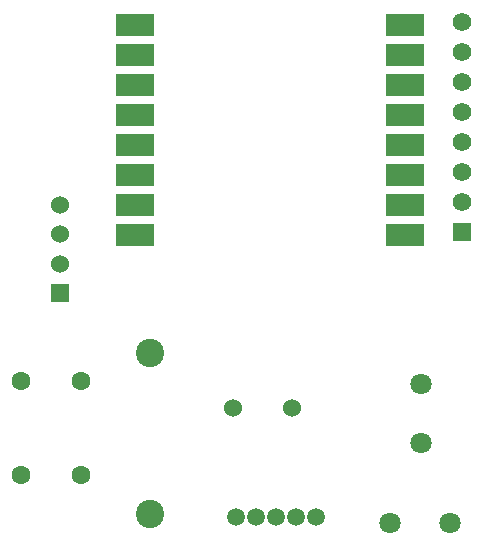
<source format=gtl>
G04 Layer: TopLayer*
G04 EasyEDA v6.5.42, 2024-06-08 10:03:42*
G04 2a0a793ee1f445049542d68d0598b523,181136881d82463cbfe9aea6f2478185,10*
G04 Gerber Generator version 0.2*
G04 Scale: 100 percent, Rotated: No, Reflected: No *
G04 Dimensions in millimeters *
G04 leading zeros omitted , absolute positions ,4 integer and 5 decimal *
%FSLAX45Y45*%
%MOMM*%

%ADD10C,2.4000*%
%ADD11R,1.5748X1.5748*%
%ADD12C,1.5748*%
%ADD13R,1.5240X1.5240*%
%ADD14C,1.5240*%
%ADD15C,1.6000*%
%ADD16C,1.8000*%
%ADD17R,3.2918X1.8288*%
%ADD18C,1.5000*%

%LPD*%
D10*
G01*
X1155590Y-1416550D03*
G01*
X1155590Y-56532D03*
D11*
G01*
X3797241Y965258D03*
D12*
G01*
X3797241Y1219258D03*
G01*
X3797241Y1473258D03*
G01*
X3797241Y1727258D03*
G01*
X3797241Y1981258D03*
G01*
X3797241Y2235258D03*
G01*
X3797241Y2489258D03*
G01*
X3797241Y2743258D03*
D13*
G01*
X393819Y450502D03*
D14*
G01*
X393819Y700488D03*
G01*
X393819Y950501D03*
G01*
X393819Y1200487D03*
D15*
G01*
X571492Y-292092D03*
G01*
X63492Y-292092D03*
G01*
X63492Y-1092192D03*
G01*
X571492Y-1092192D03*
D16*
G01*
X3454392Y-321505D03*
G01*
X3454392Y-821504D03*
G01*
X3695692Y-1498592D03*
G01*
X3187692Y-1498592D03*
D17*
G01*
X3314692Y939807D03*
G01*
X1028692Y2717807D03*
G01*
X1028692Y2463807D03*
G01*
X1028692Y2209807D03*
G01*
X1028692Y1955807D03*
G01*
X1028692Y1701807D03*
G01*
X1028692Y1447807D03*
G01*
X1028692Y1193807D03*
G01*
X1028692Y939807D03*
G01*
X3314692Y2717807D03*
G01*
X3314692Y2463807D03*
G01*
X3314692Y2209807D03*
G01*
X3314692Y1955807D03*
G01*
X3314692Y1701807D03*
G01*
X3314692Y1447807D03*
G01*
X3314692Y1193807D03*
D14*
G01*
X1858205Y-520692D03*
G01*
X2358204Y-520692D03*
D18*
G01*
X1880481Y-1447792D03*
G01*
X2051499Y-1447792D03*
G01*
X2222492Y-1447792D03*
G01*
X2393485Y-1447792D03*
G01*
X2564503Y-1447792D03*
M02*

</source>
